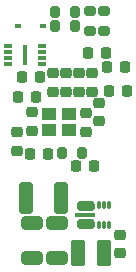
<source format=gbp>
G04 #@! TF.GenerationSoftware,KiCad,Pcbnew,(6.0.7)*
G04 #@! TF.CreationDate,2022-10-27T11:51:29+02:00*
G04 #@! TF.ProjectId,reservoirCon,72657365-7276-46f6-9972-436f6e2e6b69,rev?*
G04 #@! TF.SameCoordinates,Original*
G04 #@! TF.FileFunction,Paste,Bot*
G04 #@! TF.FilePolarity,Positive*
%FSLAX46Y46*%
G04 Gerber Fmt 4.6, Leading zero omitted, Abs format (unit mm)*
G04 Created by KiCad (PCBNEW (6.0.7)) date 2022-10-27 11:51:29*
%MOMM*%
%LPD*%
G01*
G04 APERTURE LIST*
G04 Aperture macros list*
%AMRoundRect*
0 Rectangle with rounded corners*
0 $1 Rounding radius*
0 $2 $3 $4 $5 $6 $7 $8 $9 X,Y pos of 4 corners*
0 Add a 4 corners polygon primitive as box body*
4,1,4,$2,$3,$4,$5,$6,$7,$8,$9,$2,$3,0*
0 Add four circle primitives for the rounded corners*
1,1,$1+$1,$2,$3*
1,1,$1+$1,$4,$5*
1,1,$1+$1,$6,$7*
1,1,$1+$1,$8,$9*
0 Add four rect primitives between the rounded corners*
20,1,$1+$1,$2,$3,$4,$5,0*
20,1,$1+$1,$4,$5,$6,$7,0*
20,1,$1+$1,$6,$7,$8,$9,0*
20,1,$1+$1,$8,$9,$2,$3,0*%
G04 Aperture macros list end*
%ADD10RoundRect,0.225000X-0.225000X-0.250000X0.225000X-0.250000X0.225000X0.250000X-0.225000X0.250000X0*%
%ADD11RoundRect,0.250000X-0.325000X-1.100000X0.325000X-1.100000X0.325000X1.100000X-0.325000X1.100000X0*%
%ADD12RoundRect,0.200000X-0.525000X0.200000X-0.525000X-0.200000X0.525000X-0.200000X0.525000X0.200000X0*%
%ADD13RoundRect,0.075000X-0.075000X0.225000X-0.075000X-0.225000X0.075000X-0.225000X0.075000X0.225000X0*%
%ADD14RoundRect,0.075000X-0.787500X0.075000X-0.787500X-0.075000X0.787500X-0.075000X0.787500X0.075000X0*%
%ADD15RoundRect,0.225000X-0.250000X0.225000X-0.250000X-0.225000X0.250000X-0.225000X0.250000X0.225000X0*%
%ADD16RoundRect,0.250000X0.375000X0.850000X-0.375000X0.850000X-0.375000X-0.850000X0.375000X-0.850000X0*%
%ADD17RoundRect,0.250000X-0.650000X0.325000X-0.650000X-0.325000X0.650000X-0.325000X0.650000X0.325000X0*%
%ADD18R,1.150000X1.000000*%
%ADD19R,0.750000X0.300000*%
%ADD20R,0.300000X1.700000*%
%ADD21RoundRect,0.200000X-0.200000X-0.275000X0.200000X-0.275000X0.200000X0.275000X-0.200000X0.275000X0*%
%ADD22RoundRect,0.225000X0.225000X0.250000X-0.225000X0.250000X-0.225000X-0.250000X0.225000X-0.250000X0*%
%ADD23RoundRect,0.200000X0.275000X-0.200000X0.275000X0.200000X-0.275000X0.200000X-0.275000X-0.200000X0*%
%ADD24R,0.600000X0.450000*%
%ADD25RoundRect,0.225000X0.250000X-0.225000X0.250000X0.225000X-0.250000X0.225000X-0.250000X-0.225000X0*%
%ADD26RoundRect,0.200000X-0.275000X0.200000X-0.275000X-0.200000X0.275000X-0.200000X0.275000X0.200000X0*%
%ADD27RoundRect,0.218750X0.218750X0.256250X-0.218750X0.256250X-0.218750X-0.256250X0.218750X-0.256250X0*%
G04 APERTURE END LIST*
D10*
X151625000Y-111300000D03*
X153175000Y-111300000D03*
D11*
X147400000Y-114000000D03*
X150350000Y-114000000D03*
D12*
X152512500Y-114700000D03*
D13*
X153562500Y-114600000D03*
X154012500Y-114600000D03*
X154462500Y-114600000D03*
X154462500Y-116300000D03*
X154012500Y-116300000D03*
X153562500Y-116300000D03*
D12*
X152512500Y-116200000D03*
D14*
X152375000Y-115450000D03*
D15*
X147900000Y-106725000D03*
X147900000Y-108275000D03*
D16*
X153975000Y-118600000D03*
X151825000Y-118600000D03*
D17*
X150000000Y-116125000D03*
X150000000Y-119075000D03*
D18*
X149325000Y-106850000D03*
X151075000Y-106850000D03*
X151075000Y-108250000D03*
X149325000Y-108250000D03*
D15*
X146600000Y-108425000D03*
X146600000Y-109975000D03*
D10*
X146725000Y-105400000D03*
X148275000Y-105400000D03*
D19*
X145850000Y-102657559D03*
X145850000Y-102157559D03*
X145850000Y-101657559D03*
X145850000Y-101157559D03*
X148750000Y-101157559D03*
X148750000Y-101657559D03*
X148750000Y-102157559D03*
X148750000Y-102657559D03*
D20*
X147300000Y-101907559D03*
D15*
X149700000Y-103425000D03*
X149700000Y-104975000D03*
D21*
X149875000Y-99400000D03*
X151525000Y-99400000D03*
D15*
X151900000Y-103425000D03*
X151900000Y-104975000D03*
D17*
X147900000Y-116125000D03*
X147900000Y-119075000D03*
D10*
X154425000Y-104900000D03*
X155975000Y-104900000D03*
D22*
X149275000Y-110300000D03*
X147725000Y-110300000D03*
D23*
X154000000Y-99825000D03*
X154000000Y-98175000D03*
D24*
X146750000Y-99400000D03*
X148850000Y-99400000D03*
D15*
X150800000Y-103425000D03*
X150800000Y-104975000D03*
D21*
X150475000Y-110200000D03*
X152125000Y-110200000D03*
D15*
X153000000Y-103425000D03*
X153000000Y-104975000D03*
D10*
X154225000Y-102900000D03*
X155775000Y-102900000D03*
D22*
X148575000Y-103700000D03*
X147025000Y-103700000D03*
D25*
X153600000Y-107475000D03*
X153600000Y-105925000D03*
X152500000Y-108375000D03*
X152500000Y-106825000D03*
D26*
X152800000Y-98175000D03*
X152800000Y-99825000D03*
D25*
X155400000Y-118675000D03*
X155400000Y-117125000D03*
D21*
X149875000Y-98200000D03*
X151525000Y-98200000D03*
D27*
X154187500Y-101700000D03*
X152612500Y-101700000D03*
M02*

</source>
